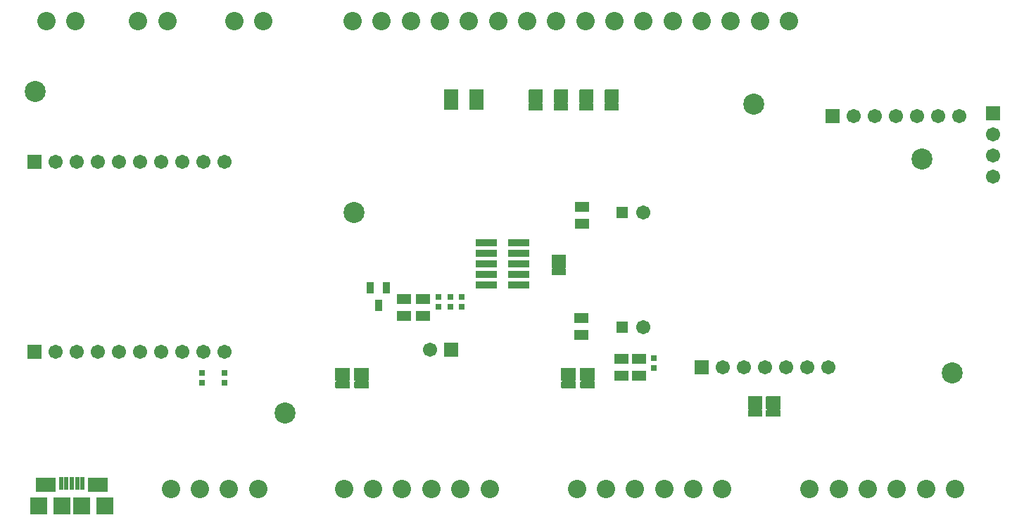
<source format=gts>
G04*
G04 #@! TF.GenerationSoftware,Altium Limited,Altium Designer,21.0.9 (235)*
G04*
G04 Layer_Color=8388736*
%FSLAX25Y25*%
%MOIN*%
G70*
G04*
G04 #@! TF.SameCoordinates,A275BC4C-76E1-47BA-AFC5-B931A1449514*
G04*
G04*
G04 #@! TF.FilePolarity,Negative*
G04*
G01*
G75*
%ADD17O,0.04000X0.02000*%
%ADD18R,0.02375X0.06115*%
%ADD19R,0.09461X0.07099*%
%ADD20R,0.07887X0.08280*%
%ADD21R,0.08280X0.08280*%
%ADD22R,0.02965X0.02965*%
%ADD23R,0.06800X0.04800*%
%ADD24R,0.10249X0.03792*%
%ADD25R,0.03359X0.05721*%
%ADD26C,0.09953*%
%ADD27R,0.06706X0.06706*%
%ADD28C,0.06706*%
%ADD29R,0.05524X0.05524*%
%ADD30R,0.06706X0.06706*%
%ADD31C,0.08674*%
G36*
X321052Y304897D02*
X321104Y304887D01*
X321153Y304870D01*
X321200Y304847D01*
X321244Y304818D01*
X321283Y304783D01*
X321318Y304744D01*
X321347Y304700D01*
X321370Y304653D01*
X321387Y304604D01*
X321397Y304552D01*
X321401Y304500D01*
Y302000D01*
X321397Y301948D01*
X321387Y301896D01*
X321370Y301847D01*
X321347Y301800D01*
X321318Y301756D01*
X321283Y301717D01*
X320966Y301399D01*
X321000Y301401D01*
X321052Y301397D01*
X321104Y301387D01*
X321153Y301370D01*
X321200Y301347D01*
X321244Y301318D01*
X321283Y301283D01*
X321318Y301244D01*
X321347Y301200D01*
X321370Y301153D01*
X321387Y301104D01*
X321397Y301052D01*
X321401Y301000D01*
Y295500D01*
X321397Y295448D01*
X321387Y295396D01*
X321370Y295347D01*
X321347Y295300D01*
X321318Y295256D01*
X321283Y295217D01*
X321244Y295182D01*
X321200Y295153D01*
X321153Y295130D01*
X321104Y295113D01*
X321052Y295103D01*
X321000Y295099D01*
X315000D01*
X314948Y295103D01*
X314896Y295113D01*
X314847Y295130D01*
X314800Y295153D01*
X314756Y295182D01*
X314717Y295217D01*
X314682Y295256D01*
X314653Y295300D01*
X314630Y295347D01*
X314613Y295396D01*
X314603Y295448D01*
X314599Y295500D01*
Y301000D01*
X314603Y301052D01*
X314613Y301104D01*
X314630Y301153D01*
X314653Y301200D01*
X314682Y301244D01*
X314717Y301283D01*
X314756Y301318D01*
X314800Y301347D01*
X314847Y301370D01*
X314896Y301387D01*
X314948Y301397D01*
X315000Y301401D01*
X315035Y301399D01*
X314717Y301717D01*
X314682Y301756D01*
X314653Y301800D01*
X314630Y301847D01*
X314613Y301896D01*
X314603Y301948D01*
X314599Y302000D01*
Y304500D01*
X314603Y304552D01*
X314613Y304604D01*
X314630Y304653D01*
X314653Y304700D01*
X314682Y304744D01*
X314717Y304783D01*
X314756Y304818D01*
X314800Y304847D01*
X314847Y304870D01*
X314896Y304887D01*
X314948Y304897D01*
X315000Y304901D01*
X321000D01*
X321052Y304897D01*
D02*
G37*
G36*
X309052D02*
X309104Y304887D01*
X309153Y304870D01*
X309200Y304847D01*
X309244Y304818D01*
X309283Y304783D01*
X309318Y304744D01*
X309347Y304700D01*
X309370Y304653D01*
X309387Y304604D01*
X309397Y304552D01*
X309401Y304500D01*
Y302000D01*
X309397Y301948D01*
X309387Y301896D01*
X309370Y301847D01*
X309347Y301800D01*
X309318Y301756D01*
X309283Y301717D01*
X308965Y301399D01*
X309000Y301401D01*
X309052Y301397D01*
X309104Y301387D01*
X309153Y301370D01*
X309200Y301347D01*
X309244Y301318D01*
X309283Y301283D01*
X309318Y301244D01*
X309347Y301200D01*
X309370Y301153D01*
X309387Y301104D01*
X309397Y301052D01*
X309401Y301000D01*
Y295500D01*
X309397Y295448D01*
X309387Y295396D01*
X309370Y295347D01*
X309347Y295300D01*
X309318Y295256D01*
X309283Y295217D01*
X309244Y295182D01*
X309200Y295153D01*
X309153Y295130D01*
X309104Y295113D01*
X309052Y295103D01*
X309000Y295099D01*
X303000D01*
X302948Y295103D01*
X302896Y295113D01*
X302847Y295130D01*
X302800Y295153D01*
X302756Y295182D01*
X302717Y295217D01*
X302682Y295256D01*
X302653Y295300D01*
X302630Y295347D01*
X302613Y295396D01*
X302603Y295448D01*
X302599Y295500D01*
Y301000D01*
X302603Y301052D01*
X302613Y301104D01*
X302630Y301153D01*
X302653Y301200D01*
X302682Y301244D01*
X302717Y301283D01*
X302756Y301318D01*
X302800Y301347D01*
X302847Y301370D01*
X302896Y301387D01*
X302948Y301397D01*
X303000Y301401D01*
X303034Y301399D01*
X302717Y301717D01*
X302682Y301756D01*
X302653Y301800D01*
X302630Y301847D01*
X302613Y301896D01*
X302603Y301948D01*
X302599Y302000D01*
Y304500D01*
X302603Y304552D01*
X302613Y304604D01*
X302630Y304653D01*
X302653Y304700D01*
X302682Y304744D01*
X302717Y304783D01*
X302756Y304818D01*
X302800Y304847D01*
X302847Y304870D01*
X302896Y304887D01*
X302948Y304897D01*
X303000Y304901D01*
X309000D01*
X309052Y304897D01*
D02*
G37*
G36*
X385052Y304647D02*
X385104Y304637D01*
X385153Y304620D01*
X385200Y304597D01*
X385244Y304568D01*
X385283Y304533D01*
X385318Y304494D01*
X385347Y304450D01*
X385370Y304403D01*
X385387Y304354D01*
X385397Y304302D01*
X385401Y304250D01*
Y298750D01*
X385397Y298698D01*
X385387Y298646D01*
X385370Y298597D01*
X385347Y298550D01*
X385318Y298506D01*
X385283Y298467D01*
X385244Y298432D01*
X385200Y298403D01*
X385153Y298380D01*
X385104Y298363D01*
X385052Y298353D01*
X385000Y298349D01*
X384965Y298351D01*
X385283Y298033D01*
X385318Y297994D01*
X385347Y297950D01*
X385370Y297903D01*
X385387Y297854D01*
X385397Y297802D01*
X385401Y297750D01*
Y295250D01*
X385397Y295198D01*
X385387Y295146D01*
X385370Y295097D01*
X385347Y295050D01*
X385318Y295006D01*
X385283Y294967D01*
X385244Y294932D01*
X385200Y294903D01*
X385153Y294880D01*
X385104Y294863D01*
X385052Y294853D01*
X385000Y294849D01*
X379000D01*
X378948Y294853D01*
X378896Y294863D01*
X378847Y294880D01*
X378800Y294903D01*
X378756Y294932D01*
X378717Y294967D01*
X378682Y295006D01*
X378653Y295050D01*
X378630Y295097D01*
X378613Y295146D01*
X378603Y295198D01*
X378599Y295250D01*
Y297750D01*
X378603Y297802D01*
X378613Y297854D01*
X378630Y297903D01*
X378653Y297950D01*
X378682Y297994D01*
X378717Y298033D01*
X379034Y298351D01*
X379000Y298349D01*
X378948Y298353D01*
X378896Y298363D01*
X378847Y298380D01*
X378800Y298403D01*
X378756Y298432D01*
X378717Y298467D01*
X378682Y298506D01*
X378653Y298550D01*
X378630Y298597D01*
X378613Y298646D01*
X378603Y298698D01*
X378599Y298750D01*
Y304250D01*
X378603Y304302D01*
X378613Y304354D01*
X378630Y304403D01*
X378653Y304450D01*
X378682Y304494D01*
X378717Y304533D01*
X378756Y304568D01*
X378800Y304597D01*
X378847Y304620D01*
X378896Y304637D01*
X378948Y304647D01*
X379000Y304651D01*
X385000D01*
X385052Y304647D01*
D02*
G37*
G36*
X373052D02*
X373104Y304637D01*
X373153Y304620D01*
X373200Y304597D01*
X373244Y304568D01*
X373283Y304533D01*
X373318Y304494D01*
X373347Y304450D01*
X373370Y304403D01*
X373387Y304354D01*
X373397Y304302D01*
X373401Y304250D01*
Y298750D01*
X373397Y298698D01*
X373387Y298646D01*
X373370Y298597D01*
X373347Y298550D01*
X373318Y298506D01*
X373283Y298467D01*
X373244Y298432D01*
X373200Y298403D01*
X373153Y298380D01*
X373104Y298363D01*
X373052Y298353D01*
X373000Y298349D01*
X372966Y298351D01*
X373283Y298033D01*
X373318Y297994D01*
X373347Y297950D01*
X373370Y297903D01*
X373387Y297854D01*
X373397Y297802D01*
X373401Y297750D01*
Y295250D01*
X373397Y295198D01*
X373387Y295146D01*
X373370Y295097D01*
X373347Y295050D01*
X373318Y295006D01*
X373283Y294967D01*
X373244Y294932D01*
X373200Y294903D01*
X373153Y294880D01*
X373104Y294863D01*
X373052Y294853D01*
X373000Y294849D01*
X367000D01*
X366948Y294853D01*
X366896Y294863D01*
X366847Y294880D01*
X366800Y294903D01*
X366756Y294932D01*
X366717Y294967D01*
X366682Y295006D01*
X366653Y295050D01*
X366630Y295097D01*
X366613Y295146D01*
X366603Y295198D01*
X366599Y295250D01*
Y297750D01*
X366603Y297802D01*
X366613Y297854D01*
X366630Y297903D01*
X366653Y297950D01*
X366682Y297994D01*
X366717Y298033D01*
X367035Y298351D01*
X367000Y298349D01*
X366948Y298353D01*
X366896Y298363D01*
X366847Y298380D01*
X366800Y298403D01*
X366756Y298432D01*
X366717Y298467D01*
X366682Y298506D01*
X366653Y298550D01*
X366630Y298597D01*
X366613Y298646D01*
X366603Y298698D01*
X366599Y298750D01*
Y304250D01*
X366603Y304302D01*
X366613Y304354D01*
X366630Y304403D01*
X366653Y304450D01*
X366682Y304494D01*
X366717Y304533D01*
X366756Y304568D01*
X366800Y304597D01*
X366847Y304620D01*
X366896Y304637D01*
X366948Y304647D01*
X367000Y304651D01*
X373000D01*
X373052Y304647D01*
D02*
G37*
G36*
X361052D02*
X361104Y304637D01*
X361153Y304620D01*
X361200Y304597D01*
X361244Y304568D01*
X361283Y304533D01*
X361318Y304494D01*
X361347Y304450D01*
X361370Y304403D01*
X361387Y304354D01*
X361397Y304302D01*
X361401Y304250D01*
Y298750D01*
X361397Y298698D01*
X361387Y298646D01*
X361370Y298597D01*
X361347Y298550D01*
X361318Y298506D01*
X361283Y298467D01*
X361244Y298432D01*
X361200Y298403D01*
X361153Y298380D01*
X361104Y298363D01*
X361052Y298353D01*
X361000Y298349D01*
X360965Y298351D01*
X361283Y298033D01*
X361318Y297994D01*
X361347Y297950D01*
X361370Y297903D01*
X361387Y297854D01*
X361397Y297802D01*
X361401Y297750D01*
Y295250D01*
X361397Y295198D01*
X361387Y295146D01*
X361370Y295097D01*
X361347Y295050D01*
X361318Y295006D01*
X361283Y294967D01*
X361244Y294932D01*
X361200Y294903D01*
X361153Y294880D01*
X361104Y294863D01*
X361052Y294853D01*
X361000Y294849D01*
X355000D01*
X354948Y294853D01*
X354896Y294863D01*
X354847Y294880D01*
X354800Y294903D01*
X354756Y294932D01*
X354717Y294967D01*
X354682Y295006D01*
X354653Y295050D01*
X354630Y295097D01*
X354613Y295146D01*
X354603Y295198D01*
X354599Y295250D01*
Y297750D01*
X354603Y297802D01*
X354613Y297854D01*
X354630Y297903D01*
X354653Y297950D01*
X354682Y297994D01*
X354717Y298033D01*
X355034Y298351D01*
X355000Y298349D01*
X354948Y298353D01*
X354896Y298363D01*
X354847Y298380D01*
X354800Y298403D01*
X354756Y298432D01*
X354717Y298467D01*
X354682Y298506D01*
X354653Y298550D01*
X354630Y298597D01*
X354613Y298646D01*
X354603Y298698D01*
X354599Y298750D01*
Y304250D01*
X354603Y304302D01*
X354613Y304354D01*
X354630Y304403D01*
X354653Y304450D01*
X354682Y304494D01*
X354717Y304533D01*
X354756Y304568D01*
X354800Y304597D01*
X354847Y304620D01*
X354896Y304637D01*
X354948Y304647D01*
X355000Y304651D01*
X361000D01*
X361052Y304647D01*
D02*
G37*
G36*
X349052D02*
X349104Y304637D01*
X349153Y304620D01*
X349200Y304597D01*
X349244Y304568D01*
X349283Y304533D01*
X349318Y304494D01*
X349347Y304450D01*
X349370Y304403D01*
X349387Y304354D01*
X349397Y304302D01*
X349401Y304250D01*
Y298750D01*
X349397Y298698D01*
X349387Y298646D01*
X349370Y298597D01*
X349347Y298550D01*
X349318Y298506D01*
X349283Y298467D01*
X349244Y298432D01*
X349200Y298403D01*
X349153Y298380D01*
X349104Y298363D01*
X349052Y298353D01*
X349000Y298349D01*
X348966Y298351D01*
X349283Y298033D01*
X349318Y297994D01*
X349347Y297950D01*
X349370Y297903D01*
X349387Y297854D01*
X349397Y297802D01*
X349401Y297750D01*
Y295250D01*
X349397Y295198D01*
X349387Y295146D01*
X349370Y295097D01*
X349347Y295050D01*
X349318Y295006D01*
X349283Y294967D01*
X349244Y294932D01*
X349200Y294903D01*
X349153Y294880D01*
X349104Y294863D01*
X349052Y294853D01*
X349000Y294849D01*
X343000D01*
X342948Y294853D01*
X342896Y294863D01*
X342847Y294880D01*
X342800Y294903D01*
X342756Y294932D01*
X342717Y294967D01*
X342682Y295006D01*
X342653Y295050D01*
X342630Y295097D01*
X342613Y295146D01*
X342603Y295198D01*
X342599Y295250D01*
Y297750D01*
X342603Y297802D01*
X342613Y297854D01*
X342630Y297903D01*
X342653Y297950D01*
X342682Y297994D01*
X342717Y298033D01*
X343035Y298351D01*
X343000Y298349D01*
X342948Y298353D01*
X342896Y298363D01*
X342847Y298380D01*
X342800Y298403D01*
X342756Y298432D01*
X342717Y298467D01*
X342682Y298506D01*
X342653Y298550D01*
X342630Y298597D01*
X342613Y298646D01*
X342603Y298698D01*
X342599Y298750D01*
Y304250D01*
X342603Y304302D01*
X342613Y304354D01*
X342630Y304403D01*
X342653Y304450D01*
X342682Y304494D01*
X342717Y304533D01*
X342756Y304568D01*
X342800Y304597D01*
X342847Y304620D01*
X342896Y304637D01*
X342948Y304647D01*
X343000Y304651D01*
X349000D01*
X349052Y304647D01*
D02*
G37*
G36*
X360052Y226397D02*
X360104Y226387D01*
X360153Y226370D01*
X360200Y226347D01*
X360244Y226318D01*
X360283Y226283D01*
X360318Y226244D01*
X360347Y226200D01*
X360370Y226153D01*
X360387Y226104D01*
X360397Y226052D01*
X360401Y226000D01*
Y220500D01*
X360397Y220448D01*
X360387Y220396D01*
X360370Y220347D01*
X360347Y220300D01*
X360318Y220256D01*
X360283Y220217D01*
X360244Y220182D01*
X360200Y220153D01*
X360153Y220130D01*
X360104Y220113D01*
X360052Y220103D01*
X360000Y220099D01*
X359965Y220101D01*
X360283Y219783D01*
X360318Y219744D01*
X360347Y219700D01*
X360370Y219653D01*
X360387Y219604D01*
X360397Y219552D01*
X360401Y219500D01*
Y217000D01*
X360397Y216948D01*
X360387Y216896D01*
X360370Y216847D01*
X360347Y216800D01*
X360318Y216756D01*
X360283Y216717D01*
X360244Y216682D01*
X360200Y216653D01*
X360153Y216630D01*
X360104Y216613D01*
X360052Y216603D01*
X360000Y216599D01*
X354000D01*
X353948Y216603D01*
X353896Y216613D01*
X353847Y216630D01*
X353800Y216653D01*
X353756Y216682D01*
X353717Y216717D01*
X353682Y216756D01*
X353653Y216800D01*
X353630Y216847D01*
X353613Y216896D01*
X353603Y216948D01*
X353599Y217000D01*
Y219500D01*
X353603Y219552D01*
X353613Y219604D01*
X353630Y219653D01*
X353653Y219700D01*
X353682Y219744D01*
X353717Y219783D01*
X354034Y220101D01*
X354000Y220099D01*
X353948Y220103D01*
X353896Y220113D01*
X353847Y220130D01*
X353800Y220153D01*
X353756Y220182D01*
X353717Y220217D01*
X353682Y220256D01*
X353653Y220300D01*
X353630Y220347D01*
X353613Y220396D01*
X353603Y220448D01*
X353599Y220500D01*
Y226000D01*
X353603Y226052D01*
X353613Y226104D01*
X353630Y226153D01*
X353653Y226200D01*
X353682Y226244D01*
X353717Y226283D01*
X353756Y226318D01*
X353800Y226347D01*
X353847Y226370D01*
X353896Y226387D01*
X353948Y226397D01*
X354000Y226401D01*
X360000D01*
X360052Y226397D01*
D02*
G37*
G36*
X373552Y172897D02*
X373604Y172887D01*
X373653Y172870D01*
X373700Y172847D01*
X373744Y172818D01*
X373783Y172783D01*
X373818Y172744D01*
X373847Y172700D01*
X373870Y172653D01*
X373887Y172604D01*
X373897Y172552D01*
X373901Y172500D01*
Y167000D01*
X373897Y166948D01*
X373887Y166896D01*
X373870Y166847D01*
X373847Y166800D01*
X373818Y166756D01*
X373783Y166717D01*
X373744Y166682D01*
X373700Y166653D01*
X373653Y166630D01*
X373604Y166613D01*
X373552Y166603D01*
X373500Y166599D01*
X373465Y166601D01*
X373783Y166283D01*
X373818Y166244D01*
X373847Y166200D01*
X373870Y166153D01*
X373887Y166104D01*
X373897Y166052D01*
X373901Y166000D01*
Y163500D01*
X373897Y163448D01*
X373887Y163396D01*
X373870Y163347D01*
X373847Y163300D01*
X373818Y163256D01*
X373783Y163217D01*
X373744Y163182D01*
X373700Y163153D01*
X373653Y163130D01*
X373604Y163113D01*
X373552Y163103D01*
X373500Y163099D01*
X367500D01*
X367448Y163103D01*
X367396Y163113D01*
X367347Y163130D01*
X367300Y163153D01*
X367256Y163182D01*
X367217Y163217D01*
X367182Y163256D01*
X367153Y163300D01*
X367130Y163347D01*
X367113Y163396D01*
X367103Y163448D01*
X367099Y163500D01*
Y166000D01*
X367103Y166052D01*
X367113Y166104D01*
X367130Y166153D01*
X367153Y166200D01*
X367182Y166244D01*
X367217Y166283D01*
X367534Y166601D01*
X367500Y166599D01*
X367448Y166603D01*
X367396Y166613D01*
X367347Y166630D01*
X367300Y166653D01*
X367256Y166682D01*
X367217Y166717D01*
X367182Y166756D01*
X367153Y166800D01*
X367130Y166847D01*
X367113Y166896D01*
X367103Y166948D01*
X367099Y167000D01*
Y172500D01*
X367103Y172552D01*
X367113Y172604D01*
X367130Y172653D01*
X367153Y172700D01*
X367182Y172744D01*
X367217Y172783D01*
X367256Y172818D01*
X367300Y172847D01*
X367347Y172870D01*
X367396Y172887D01*
X367448Y172897D01*
X367500Y172901D01*
X373500D01*
X373552Y172897D01*
D02*
G37*
G36*
X364552D02*
X364604Y172887D01*
X364653Y172870D01*
X364700Y172847D01*
X364744Y172818D01*
X364783Y172783D01*
X364818Y172744D01*
X364847Y172700D01*
X364870Y172653D01*
X364887Y172604D01*
X364897Y172552D01*
X364901Y172500D01*
Y167000D01*
X364897Y166948D01*
X364887Y166896D01*
X364870Y166847D01*
X364847Y166800D01*
X364818Y166756D01*
X364783Y166717D01*
X364744Y166682D01*
X364700Y166653D01*
X364653Y166630D01*
X364604Y166613D01*
X364552Y166603D01*
X364500Y166599D01*
X364465Y166601D01*
X364783Y166283D01*
X364818Y166244D01*
X364847Y166200D01*
X364870Y166153D01*
X364887Y166104D01*
X364897Y166052D01*
X364901Y166000D01*
Y163500D01*
X364897Y163448D01*
X364887Y163396D01*
X364870Y163347D01*
X364847Y163300D01*
X364818Y163256D01*
X364783Y163217D01*
X364744Y163182D01*
X364700Y163153D01*
X364653Y163130D01*
X364604Y163113D01*
X364552Y163103D01*
X364500Y163099D01*
X358500D01*
X358448Y163103D01*
X358396Y163113D01*
X358347Y163130D01*
X358300Y163153D01*
X358256Y163182D01*
X358217Y163217D01*
X358182Y163256D01*
X358153Y163300D01*
X358130Y163347D01*
X358113Y163396D01*
X358103Y163448D01*
X358099Y163500D01*
Y166000D01*
X358103Y166052D01*
X358113Y166104D01*
X358130Y166153D01*
X358153Y166200D01*
X358182Y166244D01*
X358217Y166283D01*
X358535Y166601D01*
X358500Y166599D01*
X358448Y166603D01*
X358396Y166613D01*
X358347Y166630D01*
X358300Y166653D01*
X358256Y166682D01*
X358217Y166717D01*
X358182Y166756D01*
X358153Y166800D01*
X358130Y166847D01*
X358113Y166896D01*
X358103Y166948D01*
X358099Y167000D01*
Y172500D01*
X358103Y172552D01*
X358113Y172604D01*
X358130Y172653D01*
X358153Y172700D01*
X358182Y172744D01*
X358217Y172783D01*
X358256Y172818D01*
X358300Y172847D01*
X358347Y172870D01*
X358396Y172887D01*
X358448Y172897D01*
X358500Y172901D01*
X364500D01*
X364552Y172897D01*
D02*
G37*
G36*
X266552D02*
X266604Y172887D01*
X266653Y172870D01*
X266700Y172847D01*
X266744Y172818D01*
X266783Y172783D01*
X266818Y172744D01*
X266847Y172700D01*
X266870Y172653D01*
X266887Y172604D01*
X266897Y172552D01*
X266901Y172500D01*
Y167000D01*
X266897Y166948D01*
X266887Y166896D01*
X266870Y166847D01*
X266847Y166800D01*
X266818Y166756D01*
X266783Y166717D01*
X266744Y166682D01*
X266700Y166653D01*
X266653Y166630D01*
X266604Y166613D01*
X266552Y166603D01*
X266500Y166599D01*
X266465Y166601D01*
X266783Y166283D01*
X266818Y166244D01*
X266847Y166200D01*
X266870Y166153D01*
X266887Y166104D01*
X266897Y166052D01*
X266901Y166000D01*
Y163500D01*
X266897Y163448D01*
X266887Y163396D01*
X266870Y163347D01*
X266847Y163300D01*
X266818Y163256D01*
X266783Y163217D01*
X266744Y163182D01*
X266700Y163153D01*
X266653Y163130D01*
X266604Y163113D01*
X266552Y163103D01*
X266500Y163099D01*
X260500D01*
X260448Y163103D01*
X260396Y163113D01*
X260347Y163130D01*
X260300Y163153D01*
X260256Y163182D01*
X260217Y163217D01*
X260182Y163256D01*
X260153Y163300D01*
X260130Y163347D01*
X260113Y163396D01*
X260103Y163448D01*
X260099Y163500D01*
Y166000D01*
X260103Y166052D01*
X260113Y166104D01*
X260130Y166153D01*
X260153Y166200D01*
X260182Y166244D01*
X260217Y166283D01*
X260535Y166601D01*
X260500Y166599D01*
X260448Y166603D01*
X260396Y166613D01*
X260347Y166630D01*
X260300Y166653D01*
X260256Y166682D01*
X260217Y166717D01*
X260182Y166756D01*
X260153Y166800D01*
X260130Y166847D01*
X260113Y166896D01*
X260103Y166948D01*
X260099Y167000D01*
Y172500D01*
X260103Y172552D01*
X260113Y172604D01*
X260130Y172653D01*
X260153Y172700D01*
X260182Y172744D01*
X260217Y172783D01*
X260256Y172818D01*
X260300Y172847D01*
X260347Y172870D01*
X260396Y172887D01*
X260448Y172897D01*
X260500Y172901D01*
X266500D01*
X266552Y172897D01*
D02*
G37*
G36*
X257552D02*
X257604Y172887D01*
X257653Y172870D01*
X257700Y172847D01*
X257744Y172818D01*
X257783Y172783D01*
X257818Y172744D01*
X257847Y172700D01*
X257870Y172653D01*
X257887Y172604D01*
X257897Y172552D01*
X257901Y172500D01*
Y167000D01*
X257897Y166948D01*
X257887Y166896D01*
X257870Y166847D01*
X257847Y166800D01*
X257818Y166756D01*
X257783Y166717D01*
X257744Y166682D01*
X257700Y166653D01*
X257653Y166630D01*
X257604Y166613D01*
X257552Y166603D01*
X257500Y166599D01*
X257466Y166601D01*
X257783Y166283D01*
X257818Y166244D01*
X257847Y166200D01*
X257870Y166153D01*
X257887Y166104D01*
X257897Y166052D01*
X257901Y166000D01*
Y163500D01*
X257897Y163448D01*
X257887Y163396D01*
X257870Y163347D01*
X257847Y163300D01*
X257818Y163256D01*
X257783Y163217D01*
X257744Y163182D01*
X257700Y163153D01*
X257653Y163130D01*
X257604Y163113D01*
X257552Y163103D01*
X257500Y163099D01*
X251500D01*
X251448Y163103D01*
X251396Y163113D01*
X251347Y163130D01*
X251300Y163153D01*
X251256Y163182D01*
X251217Y163217D01*
X251182Y163256D01*
X251153Y163300D01*
X251130Y163347D01*
X251113Y163396D01*
X251103Y163448D01*
X251099Y163500D01*
Y166000D01*
X251103Y166052D01*
X251113Y166104D01*
X251130Y166153D01*
X251153Y166200D01*
X251182Y166244D01*
X251217Y166283D01*
X251535Y166601D01*
X251500Y166599D01*
X251448Y166603D01*
X251396Y166613D01*
X251347Y166630D01*
X251300Y166653D01*
X251256Y166682D01*
X251217Y166717D01*
X251182Y166756D01*
X251153Y166800D01*
X251130Y166847D01*
X251113Y166896D01*
X251103Y166948D01*
X251099Y167000D01*
Y172500D01*
X251103Y172552D01*
X251113Y172604D01*
X251130Y172653D01*
X251153Y172700D01*
X251182Y172744D01*
X251217Y172783D01*
X251256Y172818D01*
X251300Y172847D01*
X251347Y172870D01*
X251396Y172887D01*
X251448Y172897D01*
X251500Y172901D01*
X257500D01*
X257552Y172897D01*
D02*
G37*
G36*
X461552Y159397D02*
X461604Y159387D01*
X461653Y159370D01*
X461700Y159347D01*
X461744Y159318D01*
X461783Y159283D01*
X461818Y159244D01*
X461847Y159200D01*
X461870Y159153D01*
X461887Y159104D01*
X461897Y159052D01*
X461901Y159000D01*
Y153500D01*
X461897Y153448D01*
X461887Y153396D01*
X461870Y153347D01*
X461847Y153300D01*
X461818Y153256D01*
X461783Y153217D01*
X461744Y153182D01*
X461700Y153153D01*
X461653Y153130D01*
X461604Y153113D01*
X461552Y153103D01*
X461500Y153099D01*
X461466Y153101D01*
X461783Y152783D01*
X461818Y152744D01*
X461847Y152700D01*
X461870Y152653D01*
X461887Y152604D01*
X461897Y152552D01*
X461901Y152500D01*
Y150000D01*
X461897Y149948D01*
X461887Y149896D01*
X461870Y149847D01*
X461847Y149800D01*
X461818Y149756D01*
X461783Y149717D01*
X461744Y149682D01*
X461700Y149653D01*
X461653Y149630D01*
X461604Y149613D01*
X461552Y149603D01*
X461500Y149599D01*
X455500D01*
X455448Y149603D01*
X455396Y149613D01*
X455347Y149630D01*
X455300Y149653D01*
X455256Y149682D01*
X455217Y149717D01*
X455182Y149756D01*
X455153Y149800D01*
X455130Y149847D01*
X455113Y149896D01*
X455103Y149948D01*
X455099Y150000D01*
Y152500D01*
X455103Y152552D01*
X455113Y152604D01*
X455130Y152653D01*
X455153Y152700D01*
X455182Y152744D01*
X455217Y152783D01*
X455535Y153101D01*
X455500Y153099D01*
X455448Y153103D01*
X455396Y153113D01*
X455347Y153130D01*
X455300Y153153D01*
X455256Y153182D01*
X455217Y153217D01*
X455182Y153256D01*
X455153Y153300D01*
X455130Y153347D01*
X455113Y153396D01*
X455103Y153448D01*
X455099Y153500D01*
Y159000D01*
X455103Y159052D01*
X455113Y159104D01*
X455130Y159153D01*
X455153Y159200D01*
X455182Y159244D01*
X455217Y159283D01*
X455256Y159318D01*
X455300Y159347D01*
X455347Y159370D01*
X455396Y159387D01*
X455448Y159397D01*
X455500Y159401D01*
X461500D01*
X461552Y159397D01*
D02*
G37*
G36*
X453052D02*
X453104Y159387D01*
X453153Y159370D01*
X453200Y159347D01*
X453244Y159318D01*
X453283Y159283D01*
X453318Y159244D01*
X453347Y159200D01*
X453370Y159153D01*
X453387Y159104D01*
X453397Y159052D01*
X453401Y159000D01*
Y153500D01*
X453397Y153448D01*
X453387Y153396D01*
X453370Y153347D01*
X453347Y153300D01*
X453318Y153256D01*
X453283Y153217D01*
X453244Y153182D01*
X453200Y153153D01*
X453153Y153130D01*
X453104Y153113D01*
X453052Y153103D01*
X453000Y153099D01*
X452965Y153101D01*
X453283Y152783D01*
X453318Y152744D01*
X453347Y152700D01*
X453370Y152653D01*
X453387Y152604D01*
X453397Y152552D01*
X453401Y152500D01*
Y150000D01*
X453397Y149948D01*
X453387Y149896D01*
X453370Y149847D01*
X453347Y149800D01*
X453318Y149756D01*
X453283Y149717D01*
X453244Y149682D01*
X453200Y149653D01*
X453153Y149630D01*
X453104Y149613D01*
X453052Y149603D01*
X453000Y149599D01*
X447000D01*
X446948Y149603D01*
X446896Y149613D01*
X446847Y149630D01*
X446800Y149653D01*
X446756Y149682D01*
X446717Y149717D01*
X446682Y149756D01*
X446653Y149800D01*
X446630Y149847D01*
X446613Y149896D01*
X446603Y149948D01*
X446599Y150000D01*
Y152500D01*
X446603Y152552D01*
X446613Y152604D01*
X446630Y152653D01*
X446653Y152700D01*
X446682Y152744D01*
X446717Y152783D01*
X447035Y153101D01*
X447000Y153099D01*
X446948Y153103D01*
X446896Y153113D01*
X446847Y153130D01*
X446800Y153153D01*
X446756Y153182D01*
X446717Y153217D01*
X446682Y153256D01*
X446653Y153300D01*
X446630Y153347D01*
X446613Y153396D01*
X446603Y153448D01*
X446599Y153500D01*
Y159000D01*
X446603Y159052D01*
X446613Y159104D01*
X446630Y159153D01*
X446653Y159200D01*
X446682Y159244D01*
X446717Y159283D01*
X446756Y159318D01*
X446800Y159347D01*
X446847Y159370D01*
X446896Y159387D01*
X446948Y159397D01*
X447000Y159401D01*
X453000D01*
X453052Y159397D01*
D02*
G37*
%LPC*%
G36*
X318035Y298601D02*
X318000Y298599D01*
X317966Y298601D01*
X318000Y298567D01*
X318035Y298601D01*
D02*
G37*
G36*
X306034D02*
X306000Y298599D01*
X305965Y298601D01*
X306000Y298567D01*
X306034Y298601D01*
D02*
G37*
G36*
X382000Y301183D02*
X381965Y301149D01*
X382000Y301151D01*
X382034Y301149D01*
X382000Y301183D01*
D02*
G37*
G36*
X370000D02*
X369966Y301149D01*
X370000Y301151D01*
X370035Y301149D01*
X370000Y301183D01*
D02*
G37*
G36*
X358000D02*
X357965Y301149D01*
X358000Y301151D01*
X358034Y301149D01*
X358000Y301183D01*
D02*
G37*
G36*
X346000D02*
X345966Y301149D01*
X346000Y301151D01*
X346035Y301149D01*
X346000Y301183D01*
D02*
G37*
G36*
X357000Y222933D02*
X356965Y222899D01*
X357000Y222901D01*
X357034Y222899D01*
X357000Y222933D01*
D02*
G37*
G36*
X370500Y169433D02*
X370465Y169399D01*
X370500Y169401D01*
X370534Y169399D01*
X370500Y169433D01*
D02*
G37*
G36*
X361500D02*
X361466Y169399D01*
X361500Y169401D01*
X361535Y169399D01*
X361500Y169433D01*
D02*
G37*
G36*
X263500D02*
X263465Y169399D01*
X263500Y169401D01*
X263534Y169399D01*
X263500Y169433D01*
D02*
G37*
G36*
X254500D02*
X254466Y169399D01*
X254500Y169401D01*
X254535Y169399D01*
X254500Y169433D01*
D02*
G37*
G36*
X458500Y155933D02*
X458465Y155899D01*
X458500Y155901D01*
X458534Y155899D01*
X458500Y155933D01*
D02*
G37*
G36*
X450000D02*
X449965Y155899D01*
X450000Y155901D01*
X450035Y155899D01*
X450000Y155933D01*
D02*
G37*
%LPD*%
D17*
X458500Y157750D02*
D03*
Y151250D02*
D03*
X450000Y157750D02*
D03*
Y151250D02*
D03*
X254500Y171250D02*
D03*
Y164750D02*
D03*
X263500Y171250D02*
D03*
Y164750D02*
D03*
X361500D02*
D03*
Y171250D02*
D03*
X370500Y164750D02*
D03*
Y171250D02*
D03*
X357000Y218250D02*
D03*
Y224750D02*
D03*
X318000Y303250D02*
D03*
Y296750D02*
D03*
X306000Y303250D02*
D03*
Y296750D02*
D03*
X346000Y296500D02*
D03*
Y303000D02*
D03*
X358000Y296500D02*
D03*
Y303000D02*
D03*
X382000Y296500D02*
D03*
Y303000D02*
D03*
X370000Y296500D02*
D03*
Y303000D02*
D03*
D18*
X121130Y118032D02*
D03*
X123689D02*
D03*
X126248D02*
D03*
X128807D02*
D03*
X131366D02*
D03*
D19*
X113847Y117539D02*
D03*
X138650D02*
D03*
D20*
X110500Y107500D02*
D03*
X141996D02*
D03*
D21*
X121524D02*
D03*
X130972D02*
D03*
D22*
X402000Y177300D02*
D03*
Y172700D02*
D03*
X311000Y206300D02*
D03*
Y201700D02*
D03*
X305500Y206300D02*
D03*
Y201700D02*
D03*
X300000Y206300D02*
D03*
Y201700D02*
D03*
X188000Y165700D02*
D03*
Y170300D02*
D03*
X198500Y165700D02*
D03*
Y170300D02*
D03*
D23*
X395040Y168999D02*
D03*
Y176999D02*
D03*
X386540Y168999D02*
D03*
Y176999D02*
D03*
X283500Y197500D02*
D03*
Y205500D02*
D03*
X292500Y197500D02*
D03*
Y205500D02*
D03*
X367500Y188500D02*
D03*
Y196500D02*
D03*
X368000Y241000D02*
D03*
Y249000D02*
D03*
D24*
X337854Y212000D02*
D03*
X322500D02*
D03*
X337854Y217000D02*
D03*
X322500D02*
D03*
X337854Y222000D02*
D03*
X322500D02*
D03*
X337854Y227000D02*
D03*
X322500D02*
D03*
X337854Y232000D02*
D03*
X322500D02*
D03*
D25*
X275240Y210634D02*
D03*
X267760D02*
D03*
X271500Y202366D02*
D03*
D26*
X528811Y271811D02*
D03*
X259811Y246311D02*
D03*
X543311Y170311D02*
D03*
X449311Y297811D02*
D03*
X227311Y151311D02*
D03*
X108811Y303811D02*
D03*
D27*
X108500Y270500D02*
D03*
X486500Y292000D02*
D03*
X424500Y173000D02*
D03*
X108500Y180500D02*
D03*
X306000Y181500D02*
D03*
D28*
X118500Y270500D02*
D03*
X138500D02*
D03*
X148500D02*
D03*
X158500D02*
D03*
X168500D02*
D03*
X178500D02*
D03*
X188500D02*
D03*
X198500D02*
D03*
X128500D02*
D03*
X397000Y246500D02*
D03*
Y192000D02*
D03*
X506500Y292000D02*
D03*
X496500D02*
D03*
X516500D02*
D03*
X526500D02*
D03*
X536500D02*
D03*
X546500D02*
D03*
X562500Y283500D02*
D03*
Y273500D02*
D03*
Y263500D02*
D03*
X484500Y173000D02*
D03*
X474500D02*
D03*
X464500D02*
D03*
X454500D02*
D03*
X434500D02*
D03*
X444500D02*
D03*
X128500Y180500D02*
D03*
X198500D02*
D03*
X188500D02*
D03*
X178500D02*
D03*
X168500D02*
D03*
X158500D02*
D03*
X148500D02*
D03*
X138500D02*
D03*
X118500D02*
D03*
X296000Y181500D02*
D03*
D29*
X387000Y246500D02*
D03*
Y192000D02*
D03*
D30*
X562500Y293500D02*
D03*
D31*
X452220Y337000D02*
D03*
X466000D02*
D03*
X424661D02*
D03*
X438441D02*
D03*
X397102D02*
D03*
X410882D02*
D03*
X369543D02*
D03*
X383323D02*
D03*
X341984D02*
D03*
X355764D02*
D03*
X314425D02*
D03*
X328205D02*
D03*
X286866D02*
D03*
X300646D02*
D03*
X259307D02*
D03*
X273087D02*
D03*
X203221D02*
D03*
X217000D02*
D03*
X157720D02*
D03*
X171500D02*
D03*
X114220D02*
D03*
X128000D02*
D03*
X489472Y115500D02*
D03*
X475693D02*
D03*
X544591D02*
D03*
X530811D02*
D03*
X517031D02*
D03*
X503252D02*
D03*
X434354D02*
D03*
X420575D02*
D03*
X406795D02*
D03*
X393016D02*
D03*
X379236D02*
D03*
X365457D02*
D03*
X324118D02*
D03*
X310339D02*
D03*
X296559D02*
D03*
X282780D02*
D03*
X269000D02*
D03*
X255221D02*
D03*
X214559D02*
D03*
X200780D02*
D03*
X187000D02*
D03*
X173221D02*
D03*
M02*

</source>
